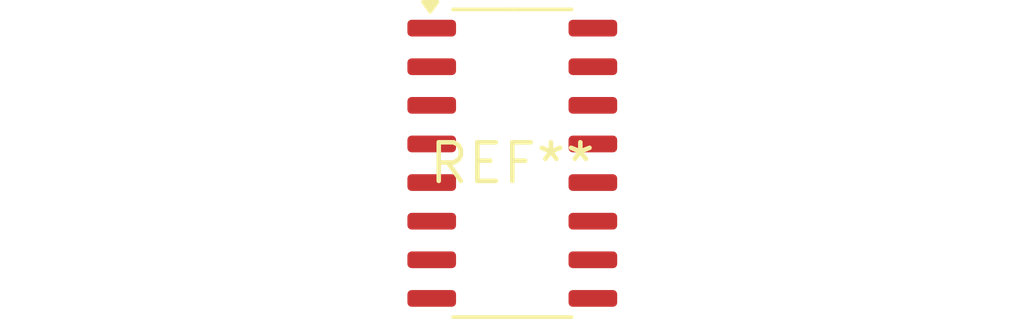
<source format=kicad_pcb>
(kicad_pcb (version 20240108) (generator pcbnew)
  (layers (0 "F.Cu" signal) (31 "B.Cu" signal) (34 "B.Paste" user) (35 "F.Paste" user) (36 "B.SilkS" user "B.Silkscreen") (37 "F.SilkS" user "F.Silkscreen") (38 "B.Mask" user) (39 "F.Mask" user) (44 "Edge.Cuts" user))
  (net 0 "")
  (footprint "STC_SOP-16_3.9x9.9mm_P1.27mm" (layer "F.Cu") (at 0 0)
    (property "Reference" "REF**")
    (property "Value" "STC_SOP-16_3.9x9.9mm_P1.27mm")
    (fp_line (start 0 -5.06) (end -1.95 -5.06) (layer "F.SilkS") (stroke (width 0.12)))
    (fp_line (start 0 -5.06) (end 1.95 -5.06) (layer "F.SilkS") (stroke (width 0.12)))
    (fp_line (start 0 5.06) (end -1.95 5.06) (layer "F.SilkS") (stroke (width 0.12)))
    (fp_line (start 0 5.06) (end 1.95 5.06) (layer "F.SilkS") (stroke (width 0.12)))
    (fp_poly (pts (xy -2.7 -4.98) (xy -2.94 -5.31) (xy -2.46 -5.31) (xy -2.7 -4.98)) (layer "F.SilkS") (stroke (width 0.12)) (fill solid))
    (pad "1" smd roundrect (at -2.65 -4.445) (size 1.6 0.55) (layers "F.Cu" "F.Paste" "F.Mask"))
    (pad "2" smd roundrect (at -2.65 -3.175) (size 1.6 0.55) (layers "F.Cu" "F.Paste" "F.Mask"))
    (pad "3" smd roundrect (at -2.65 -1.905) (size 1.6 0.55) (layers "F.Cu" "F.Paste" "F.Mask"))
    (pad "4" smd roundrect (at -2.65 -0.635) (size 1.6 0.55) (layers "F.Cu" "F.Paste" "F.Mask"))
    (pad "5" smd roundrect (at -2.65 0.635) (size 1.6 0.55) (layers "F.Cu" "F.Paste" "F.Mask"))
    (pad "6" smd roundrect (at -2.65 1.905) (size 1.6 0.55) (layers "F.Cu" "F.Paste" "F.Mask"))
    (pad "7" smd roundrect (at -2.65 3.175) (size 1.6 0.55) (layers "F.Cu" "F.Paste" "F.Mask"))
    (pad "8" smd roundrect (at -2.65 4.445) (size 1.6 0.55) (layers "F.Cu" "F.Paste" "F.Mask"))
    (pad "9" smd roundrect (at 2.65 4.445) (size 1.6 0.55) (layers "F.Cu" "F.Paste" "F.Mask"))
    (pad "10" smd roundrect (at 2.65 3.175) (size 1.6 0.55) (layers "F.Cu" "F.Paste" "F.Mask"))
    (pad "11" smd roundrect (at 2.65 1.905) (size 1.6 0.55) (layers "F.Cu" "F.Paste" "F.Mask"))
    (pad "12" smd roundrect (at 2.65 0.635) (size 1.6 0.55) (layers "F.Cu" "F.Paste" "F.Mask"))
    (pad "13" smd roundrect (at 2.65 -0.635) (size 1.6 0.55) (layers "F.Cu" "F.Paste" "F.Mask"))
    (pad "14" smd roundrect (at 2.65 -1.905) (size 1.6 0.55) (layers "F.Cu" "F.Paste" "F.Mask"))
    (pad "15" smd roundrect (at 2.65 -3.175) (size 1.6 0.55) (layers "F.Cu" "F.Paste" "F.Mask"))
    (pad "16" smd roundrect (at 2.65 -4.445) (size 1.6 0.55) (layers "F.Cu" "F.Paste" "F.Mask"))
  )
)
</source>
